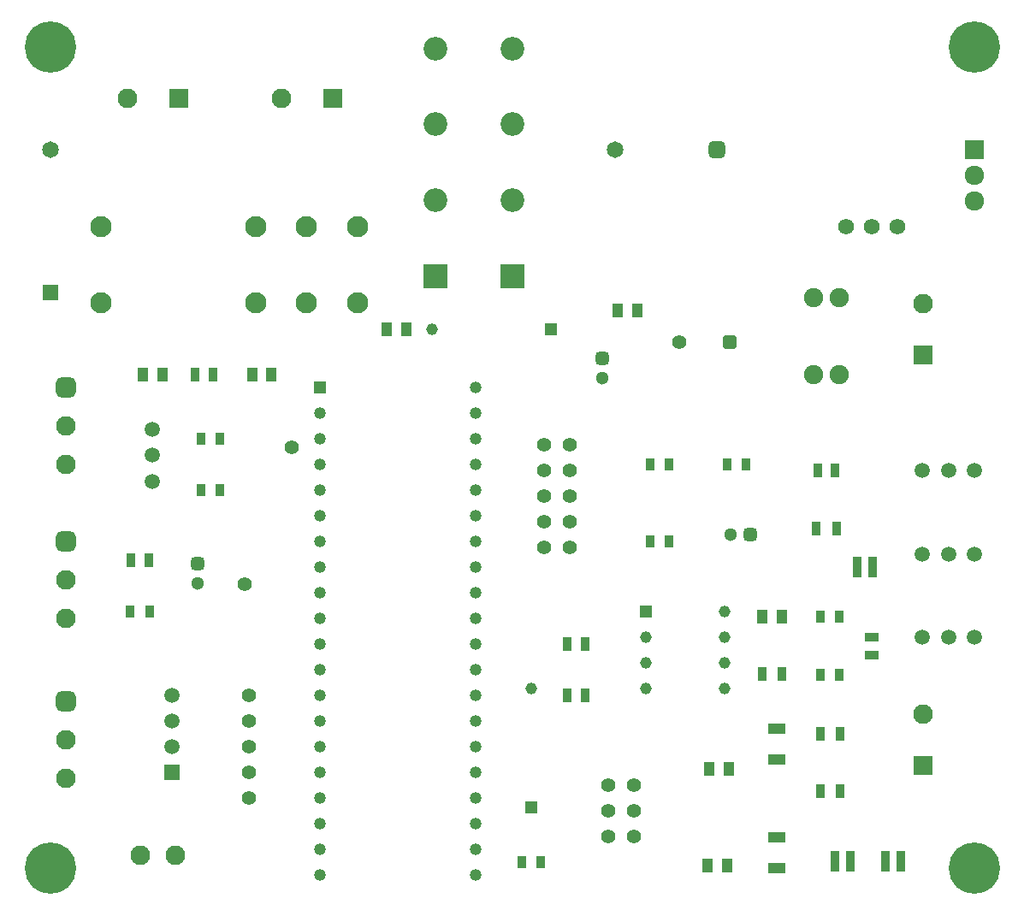
<source format=gbr>
G04*
G04 #@! TF.GenerationSoftware,Altium Limited,Altium Designer,22.4.2 (48)*
G04*
G04 Layer_Color=255*
%FSLAX25Y25*%
%MOIN*%
G70*
G04*
G04 #@! TF.SameCoordinates,0E8DA4FA-9BE3-492D-A222-2DD50D09E5F4*
G04*
G04*
G04 #@! TF.FilePolarity,Positive*
G04*
G01*
G75*
%ADD18R,0.03642X0.08465*%
%ADD19R,0.03543X0.05118*%
%ADD20R,0.03937X0.05709*%
%ADD21R,0.03740X0.05709*%
G04:AMPARAMS|DCode=22|XSize=37.01mil|YSize=69.69mil|CornerRadius=2.59mil|HoleSize=0mil|Usage=FLASHONLY|Rotation=270.000|XOffset=0mil|YOffset=0mil|HoleType=Round|Shape=RoundedRectangle|*
%AMROUNDEDRECTD22*
21,1,0.03701,0.06450,0,0,270.0*
21,1,0.03183,0.06969,0,0,270.0*
1,1,0.00518,-0.03225,-0.01591*
1,1,0.00518,-0.03225,0.01591*
1,1,0.00518,0.03225,0.01591*
1,1,0.00518,0.03225,-0.01591*
%
%ADD22ROUNDEDRECTD22*%
G04:AMPARAMS|DCode=23|XSize=42.91mil|YSize=69.69mil|CornerRadius=3mil|HoleSize=0mil|Usage=FLASHONLY|Rotation=270.000|XOffset=0mil|YOffset=0mil|HoleType=Round|Shape=RoundedRectangle|*
%AMROUNDEDRECTD23*
21,1,0.04291,0.06368,0,0,270.0*
21,1,0.03691,0.06969,0,0,270.0*
1,1,0.00601,-0.03184,-0.01845*
1,1,0.00601,-0.03184,0.01845*
1,1,0.00601,0.03184,0.01845*
1,1,0.00601,0.03184,-0.01845*
%
%ADD23ROUNDEDRECTD23*%
%ADD24R,0.05472X0.03268*%
%ADD25R,0.03268X0.05472*%
%ADD36C,0.05500*%
%ADD71C,0.05512*%
%ADD72C,0.20000*%
G04:AMPARAMS|DCode=73|XSize=51.18mil|YSize=51.18mil|CornerRadius=12.8mil|HoleSize=0mil|Usage=FLASHONLY|Rotation=90.000|XOffset=0mil|YOffset=0mil|HoleType=Round|Shape=RoundedRectangle|*
%AMROUNDEDRECTD73*
21,1,0.05118,0.02559,0,0,90.0*
21,1,0.02559,0.05118,0,0,90.0*
1,1,0.02559,0.01280,0.01280*
1,1,0.02559,0.01280,-0.01280*
1,1,0.02559,-0.01280,-0.01280*
1,1,0.02559,-0.01280,0.01280*
%
%ADD73ROUNDEDRECTD73*%
%ADD74C,0.05118*%
%ADD75C,0.08268*%
%ADD76C,0.06201*%
%ADD77R,0.07677X0.07677*%
%ADD78C,0.07677*%
%ADD79C,0.04528*%
%ADD80R,0.04528X0.04528*%
%ADD81C,0.06496*%
%ADD82R,0.06496X0.06496*%
G04:AMPARAMS|DCode=83|XSize=55.12mil|YSize=55.12mil|CornerRadius=13.78mil|HoleSize=0mil|Usage=FLASHONLY|Rotation=0.000|XOffset=0mil|YOffset=0mil|HoleType=Round|Shape=RoundedRectangle|*
%AMROUNDEDRECTD83*
21,1,0.05512,0.02756,0,0,0.0*
21,1,0.02756,0.05512,0,0,0.0*
1,1,0.02756,0.01378,-0.01378*
1,1,0.02756,-0.01378,-0.01378*
1,1,0.02756,-0.01378,0.01378*
1,1,0.02756,0.01378,0.01378*
%
%ADD83ROUNDEDRECTD83*%
G04:AMPARAMS|DCode=84|XSize=64.96mil|YSize=64.96mil|CornerRadius=16.24mil|HoleSize=0mil|Usage=FLASHONLY|Rotation=0.000|XOffset=0mil|YOffset=0mil|HoleType=Round|Shape=RoundedRectangle|*
%AMROUNDEDRECTD84*
21,1,0.06496,0.03248,0,0,0.0*
21,1,0.03248,0.06496,0,0,0.0*
1,1,0.03248,0.01624,-0.01624*
1,1,0.03248,-0.01624,-0.01624*
1,1,0.03248,-0.01624,0.01624*
1,1,0.03248,0.01624,0.01624*
%
%ADD84ROUNDEDRECTD84*%
%ADD85C,0.09213*%
%ADD86R,0.09213X0.09213*%
%ADD87R,0.07677X0.07677*%
%ADD88R,0.04563X0.04563*%
%ADD89C,0.04563*%
G04:AMPARAMS|DCode=90|XSize=51.18mil|YSize=51.18mil|CornerRadius=12.8mil|HoleSize=0mil|Usage=FLASHONLY|Rotation=0.000|XOffset=0mil|YOffset=0mil|HoleType=Round|Shape=RoundedRectangle|*
%AMROUNDEDRECTD90*
21,1,0.05118,0.02559,0,0,0.0*
21,1,0.02559,0.05118,0,0,0.0*
1,1,0.02559,0.01280,-0.01280*
1,1,0.02559,-0.01280,-0.01280*
1,1,0.02559,-0.01280,0.01280*
1,1,0.02559,0.01280,0.01280*
%
%ADD90ROUNDEDRECTD90*%
%ADD91C,0.05878*%
%ADD92R,0.07559X0.07559*%
%ADD93C,0.07559*%
%ADD94C,0.07500*%
%ADD95C,0.04661*%
%ADD96R,0.04661X0.04661*%
G04:AMPARAMS|DCode=97|XSize=76.77mil|YSize=76.77mil|CornerRadius=19.19mil|HoleSize=0mil|Usage=FLASHONLY|Rotation=270.000|XOffset=0mil|YOffset=0mil|HoleType=Round|Shape=RoundedRectangle|*
%AMROUNDEDRECTD97*
21,1,0.07677,0.03839,0,0,270.0*
21,1,0.03839,0.07677,0,0,270.0*
1,1,0.03839,-0.01919,-0.01919*
1,1,0.03839,-0.01919,0.01919*
1,1,0.03839,0.01919,0.01919*
1,1,0.03839,0.01919,-0.01919*
%
%ADD97ROUNDEDRECTD97*%
%ADD98R,0.04528X0.04528*%
%ADD99C,0.05906*%
%ADD100R,0.05906X0.05906*%
D18*
X331900Y62700D02*
D03*
X325900D02*
D03*
X351500D02*
D03*
X345500D02*
D03*
X334500Y177500D02*
D03*
X340500D02*
D03*
D19*
X327550Y135500D02*
D03*
X320069D02*
D03*
X327550Y158300D02*
D03*
X320069D02*
D03*
X86240Y207500D02*
D03*
X78760D02*
D03*
X253760Y187500D02*
D03*
X261240D02*
D03*
X253760Y217500D02*
D03*
X261240D02*
D03*
X283760D02*
D03*
X291240D02*
D03*
X78760Y227500D02*
D03*
X86240D02*
D03*
X51260Y160000D02*
D03*
X58740D02*
D03*
X211240Y62500D02*
D03*
X203760D02*
D03*
D20*
X158740Y270000D02*
D03*
X151260D02*
D03*
X241260Y277500D02*
D03*
X248740D02*
D03*
X297658Y158300D02*
D03*
X305139D02*
D03*
X284340Y98700D02*
D03*
X276860D02*
D03*
X276260Y61322D02*
D03*
X283740D02*
D03*
X98760Y252500D02*
D03*
X106240D02*
D03*
X56260D02*
D03*
X63740D02*
D03*
D21*
X326437Y192500D02*
D03*
X318563D02*
D03*
X297363Y135700D02*
D03*
X305237D02*
D03*
X320063Y112600D02*
D03*
X327937D02*
D03*
X320063Y90300D02*
D03*
X327937D02*
D03*
D22*
X303064Y60318D02*
D03*
Y102637D02*
D03*
D23*
Y72149D02*
D03*
Y114468D02*
D03*
D24*
X340000Y143228D02*
D03*
Y150000D02*
D03*
D25*
X325886Y215000D02*
D03*
X319114D02*
D03*
X58386Y180000D02*
D03*
X51614D02*
D03*
X221614Y147500D02*
D03*
X228386D02*
D03*
Y127500D02*
D03*
X221614D02*
D03*
X83386Y252500D02*
D03*
X76614D02*
D03*
D36*
X212500Y185000D02*
D03*
Y195000D02*
D03*
Y205000D02*
D03*
Y215000D02*
D03*
Y225000D02*
D03*
X222500D02*
D03*
Y215000D02*
D03*
Y205000D02*
D03*
Y195000D02*
D03*
Y185000D02*
D03*
X97500Y87500D02*
D03*
Y97500D02*
D03*
Y107500D02*
D03*
Y117500D02*
D03*
Y127500D02*
D03*
X247500Y72500D02*
D03*
Y82500D02*
D03*
Y92500D02*
D03*
X237500D02*
D03*
Y82500D02*
D03*
Y72500D02*
D03*
D71*
X95945Y170925D02*
D03*
X114055Y224075D02*
D03*
X265157Y265000D02*
D03*
D72*
X20000Y380000D02*
D03*
X380000D02*
D03*
Y60000D02*
D03*
X20000D02*
D03*
D73*
X77500Y178937D02*
D03*
X235000Y258937D02*
D03*
D74*
X77500Y171063D02*
D03*
X235000Y251063D02*
D03*
X285000Y190000D02*
D03*
D75*
X39921Y310000D02*
D03*
X100000D02*
D03*
X119843D02*
D03*
X139685D02*
D03*
Y280472D02*
D03*
X119843D02*
D03*
X100000D02*
D03*
X39921D02*
D03*
D76*
X350000Y310000D02*
D03*
X340000D02*
D03*
X330000D02*
D03*
D77*
X70000Y360000D02*
D03*
X130000D02*
D03*
D78*
X50000D02*
D03*
X110000D02*
D03*
X360000Y120000D02*
D03*
Y280000D02*
D03*
X26319Y157500D02*
D03*
Y172500D02*
D03*
X68780Y65000D02*
D03*
X55000D02*
D03*
X26319Y217500D02*
D03*
Y232500D02*
D03*
Y95000D02*
D03*
Y110000D02*
D03*
D79*
X168937Y270000D02*
D03*
X207500Y130000D02*
D03*
D80*
X215000Y270000D02*
D03*
D81*
X20000Y340000D02*
D03*
X240315D02*
D03*
D82*
X20000Y284488D02*
D03*
D83*
X284843Y265000D02*
D03*
D84*
X279685Y340000D02*
D03*
D85*
X170000Y379528D02*
D03*
Y350000D02*
D03*
Y320472D02*
D03*
X200000Y379528D02*
D03*
Y350000D02*
D03*
Y320472D02*
D03*
D86*
X170000Y290945D02*
D03*
X200000D02*
D03*
D87*
X360000Y100000D02*
D03*
Y260000D02*
D03*
D88*
X252126Y160000D02*
D03*
D89*
Y150000D02*
D03*
Y140000D02*
D03*
Y130000D02*
D03*
X282874D02*
D03*
Y140000D02*
D03*
Y150000D02*
D03*
Y160000D02*
D03*
D90*
X292874Y190000D02*
D03*
D91*
X359764Y150000D02*
D03*
X370000D02*
D03*
X380236D02*
D03*
Y182500D02*
D03*
X370000D02*
D03*
X359764D02*
D03*
Y215000D02*
D03*
X370000D02*
D03*
X380236D02*
D03*
X59803Y210807D02*
D03*
Y221043D02*
D03*
Y231280D02*
D03*
D92*
X380000Y340000D02*
D03*
D93*
Y330000D02*
D03*
Y320000D02*
D03*
D94*
X317500Y282500D02*
D03*
X327500D02*
D03*
Y252500D02*
D03*
X317500D02*
D03*
D95*
X185748Y247500D02*
D03*
Y237500D02*
D03*
Y227500D02*
D03*
Y217500D02*
D03*
Y207500D02*
D03*
Y197500D02*
D03*
Y187500D02*
D03*
Y177500D02*
D03*
Y167500D02*
D03*
Y157500D02*
D03*
Y147500D02*
D03*
Y137500D02*
D03*
Y127500D02*
D03*
Y117500D02*
D03*
Y107500D02*
D03*
Y97500D02*
D03*
Y87500D02*
D03*
Y77500D02*
D03*
Y67500D02*
D03*
Y57500D02*
D03*
X125000D02*
D03*
Y67500D02*
D03*
Y77500D02*
D03*
Y87500D02*
D03*
Y97500D02*
D03*
Y107500D02*
D03*
Y117500D02*
D03*
Y127500D02*
D03*
Y137500D02*
D03*
Y147500D02*
D03*
Y157500D02*
D03*
Y167500D02*
D03*
Y177500D02*
D03*
Y187500D02*
D03*
Y197500D02*
D03*
Y207500D02*
D03*
Y217500D02*
D03*
Y227500D02*
D03*
Y237500D02*
D03*
D96*
Y247500D02*
D03*
D97*
X26319Y187500D02*
D03*
Y247500D02*
D03*
Y125000D02*
D03*
D98*
X207500Y83937D02*
D03*
D99*
X67500Y127500D02*
D03*
Y117500D02*
D03*
Y107500D02*
D03*
D100*
Y97500D02*
D03*
M02*

</source>
